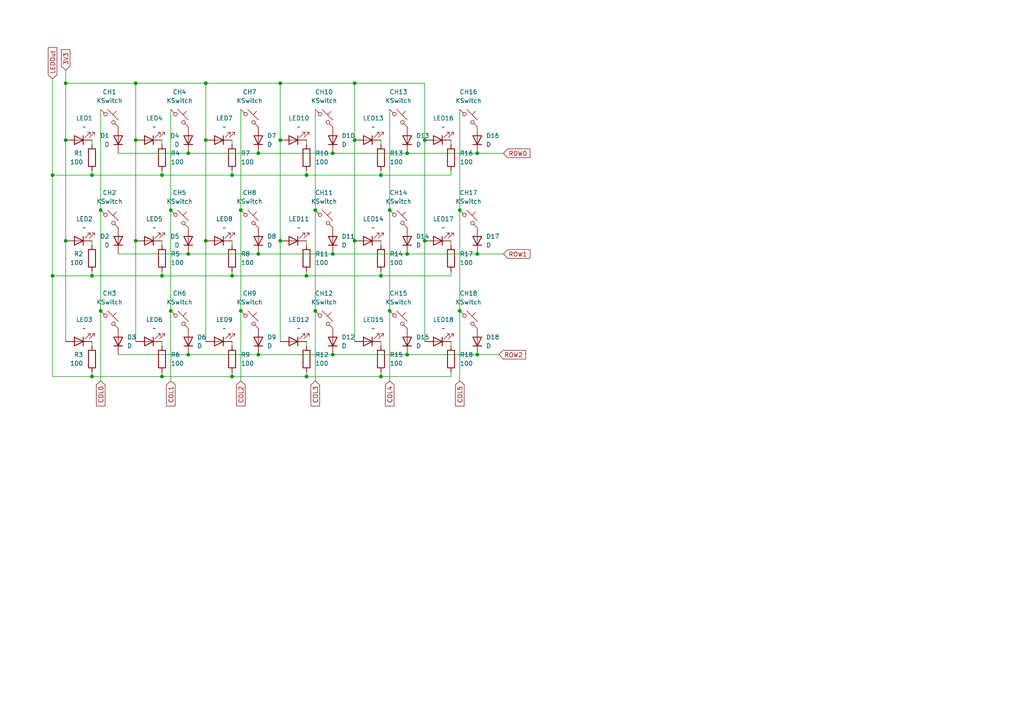
<source format=kicad_sch>
(kicad_sch (version 20250114) (generator "eeschema") (generator_version "9.0")
  (paper "A4")
  (lib_symbols
    (symbol "Device:D" (pin_numbers (hide yes)) (pin_names (offset 1.016) (hide yes))
      (property "Reference" "D" (at 0 2.54 0))
      (property "Value" "D" (at 0 -2.54 0))
      (symbol "D_0_1"
        (polyline (pts (xy -1.27 1.27) (xy -1.27 -1.27)) (stroke (width 0.254)))
        (polyline (pts (xy 1.27 1.27) (xy 1.27 -1.27) (xy -1.27 0) (xy 1.27 1.27)) (stroke (width 0.254)))
        (polyline (pts (xy 1.27 0) (xy -1.27 0)))
      )
      (symbol "D_1_1"
        (pin passive line (at -3.81 0 0) (length 2.54) (name "K") (number "1"))
        (pin passive line (at 3.81 0 180) (length 2.54) (name "A") (number "2"))
      )
    )
    (symbol "Device:R" (pin_numbers (hide yes)) (pin_names (offset 0))
      (property "Reference" "R" (at 2.032 0 90))
      (property "Value" "R" (at 0 0 90))
      (symbol "R_0_1"
        (rectangle (start -1.016 -2.54) (end 1.016 2.54) (stroke (width 0.254)))
      )
      (symbol "R_1_1"
        (pin passive line (at 0 3.81 270) (length 1.27) (name "~") (number "1"))
        (pin passive line (at 0 -3.81 90) (length 1.27) (name "~") (number "2"))
      )
    )
    (symbol "LED:IR26-21C_L110_TR8" (pin_numbers (hide yes)) (pin_names (offset 1.016) (hide yes))
      (property "Reference" "D" (at 0 2.54 0))
      (property "Value" "IR26-21C_L110_TR8" (at 0 -3.81 0))
      (symbol "IR26-21C_L110_TR8_0_1"
        (polyline (pts (xy -3.048 -0.762) (xy -4.572 -2.286) (xy -3.81 -2.286) (xy -4.572 -2.286) (xy -4.572 -1.524)))
        (polyline (pts (xy -1.778 -0.762) (xy -3.302 -2.286) (xy -2.54 -2.286) (xy -3.302 -2.286) (xy -3.302 -1.524)))
        (polyline (pts (xy -1.27 0) (xy 1.27 0)))
        (polyline (pts (xy -1.27 -1.27) (xy -1.27 1.27)) (stroke (width 0.254)))
        (polyline (pts (xy 1.27 -1.27) (xy 1.27 1.27) (xy -1.27 0) (xy 1.27 -1.27)) (stroke (width 0.254)))
      )
      (symbol "IR26-21C_L110_TR8_1_1"
        (pin passive line (at -3.81 0 0) (length 2.54) (name "K") (number "1"))
        (pin passive line (at 3.81 0 180) (length 2.54) (name "A") (number "2"))
      )
    )
    (symbol "marbastlib-choc:choc_v1_SW_HS_CPG135001S30" (pin_numbers (hide yes)) (pin_names (offset 1.016) (hide yes))
      (property "Reference" "CH" (at 3.048 1.016 0))
      (property "Value" "choc_v1_SW_HS" (at 0 -3.81 0))
      (symbol "choc_v1_SW_HS_CPG135001S30_0_1"
        (polyline (pts (xy -2.54 2.54) (xy -1.524 1.524) (xy -1.524 1.524)))
        (circle (center -1.1684 1.1684) (radius 0.508))
        (polyline (pts (xy -0.508 2.54) (xy 2.54 -0.508)))
        (polyline (pts (xy 1.016 1.016) (xy 2.032 2.032)))
        (circle (center 1.143 -1.1938) (radius 0.508))
        (polyline (pts (xy 1.524 -1.524) (xy 2.54 -2.54) (xy 2.54 -2.54) (xy 2.54 -2.54)))
        (pin passive line (at -2.54 2.54 0) (length 0) (name "1") (number "1"))
        (pin passive line (at 2.54 -2.54 180) (length 0) (name "2") (number "2"))
      )
    )
  )
  (junction (at 91.44 60.96))
  (junction (at 15.24 50.8))
  (junction (at 49.53 90.17))
  (junction (at 81.28 69.85))
  (junction (at 49.53 60.96))
  (junction (at 69.85 90.17))
  (junction (at 81.28 40.64))
  (junction (at 91.44 90.17))
  (junction (at 74.93 44.45))
  (junction (at 46.99 50.8))
  (junction (at 67.31 109.22))
  (junction (at 113.03 60.96))
  (junction (at 133.35 60.96))
  (junction (at 29.21 90.17))
  (junction (at 46.99 109.22))
  (junction (at 133.35 90.17))
  (junction (at 110.49 80.01))
  (junction (at 138.43 73.66))
  (junction (at 123.19 69.85))
  (junction (at 110.49 109.22))
  (junction (at 88.9 80.01))
  (junction (at 19.05 40.64))
  (junction (at 118.11 102.87))
  (junction (at 102.87 40.64))
  (junction (at 102.87 24.13))
  (junction (at 138.43 102.87))
  (junction (at 46.99 80.01))
  (junction (at 123.19 40.64))
  (junction (at 59.69 40.64))
  (junction (at 118.11 73.66))
  (junction (at 54.61 73.66))
  (junction (at 59.69 24.13))
  (junction (at 19.05 24.13))
  (junction (at 88.9 50.8))
  (junction (at 113.03 90.17))
  (junction (at 67.31 80.01))
  (junction (at 39.37 24.13))
  (junction (at 102.87 69.85))
  (junction (at 69.85 60.96))
  (junction (at 54.61 102.87))
  (junction (at 110.49 50.8))
  (junction (at 39.37 69.85))
  (junction (at 74.93 73.66))
  (junction (at 96.52 44.45))
  (junction (at 39.37 40.64))
  (junction (at 96.52 102.87))
  (junction (at 26.67 50.8))
  (junction (at 15.24 80.01))
  (junction (at 81.28 24.13))
  (junction (at 96.52 73.66))
  (junction (at 67.31 50.8))
  (junction (at 26.67 109.22))
  (junction (at 29.21 60.96))
  (junction (at 118.11 44.45))
  (junction (at 59.69 69.85))
  (junction (at 74.93 102.87))
  (junction (at 54.61 44.45))
  (junction (at 26.67 80.01))
  (junction (at 138.43 44.45))
  (junction (at 19.05 69.85))
  (junction (at 88.9 109.22))
  (wire (pts (xy 46.99 80.01) (xy 26.67 80.01)))
  (wire (pts (xy 130.81 80.01) (xy 110.49 80.01)))
  (wire (pts (xy 39.37 40.64) (xy 39.37 69.85)))
  (wire (pts (xy 69.85 60.96) (xy 69.85 90.17)))
  (wire (pts (xy 81.28 24.13) (xy 81.28 40.64)))
  (wire (pts (xy 54.61 73.66) (xy 74.93 73.66)))
  (wire (pts (xy 39.37 40.64) (xy 39.37 24.13)))
  (wire (pts (xy 110.49 50.8) (xy 88.9 50.8)))
  (wire (pts (xy 146.05 73.66) (xy 138.43 73.66)))
  (wire (pts (xy 102.87 24.13) (xy 102.87 40.64)))
  (wire (pts (xy 54.61 44.45) (xy 74.93 44.45)))
  (wire (pts (xy 130.81 78.74) (xy 130.81 80.01)))
  (wire (pts (xy 113.03 31.75) (xy 113.03 60.96)))
  (wire (pts (xy 123.19 40.64) (xy 123.19 69.85)))
  (wire (pts (xy 88.9 78.74) (xy 88.9 80.01)))
  (wire (pts (xy 54.61 102.87) (xy 74.93 102.87)))
  (wire (pts (xy 26.67 99.06) (xy 26.67 100.33)))
  (wire (pts (xy 67.31 99.06) (xy 67.31 100.33)))
  (wire (pts (xy 118.11 73.66) (xy 138.43 73.66)))
  (wire (pts (xy 19.05 69.85) (xy 19.05 99.06)))
  (wire (pts (xy 130.81 40.64) (xy 130.81 41.91)))
  (wire (pts (xy 26.67 69.85) (xy 26.67 71.12)))
  (wire (pts (xy 110.49 99.06) (xy 110.49 100.33)))
  (wire (pts (xy 123.19 24.13) (xy 123.19 40.64)))
  (wire (pts (xy 130.81 49.53) (xy 130.81 50.8)))
  (wire (pts (xy 19.05 40.64) (xy 19.05 69.85)))
  (wire (pts (xy 39.37 69.85) (xy 39.37 99.06)))
  (wire (pts (xy 67.31 49.53) (xy 67.31 50.8)))
  (wire (pts (xy 29.21 31.75) (xy 29.21 60.96)))
  (wire (pts (xy 118.11 102.87) (xy 138.43 102.87)))
  (wire (pts (xy 67.31 80.01) (xy 46.99 80.01)))
  (wire (pts (xy 81.28 40.64) (xy 81.28 69.85)))
  (wire (pts (xy 46.99 99.06) (xy 46.99 100.33)))
  (wire (pts (xy 110.49 107.95) (xy 110.49 109.22)))
  (wire (pts (xy 67.31 107.95) (xy 67.31 109.22)))
  (wire (pts (xy 67.31 50.8) (xy 46.99 50.8)))
  (wire (pts (xy 110.49 40.64) (xy 110.49 41.91)))
  (wire (pts (xy 69.85 90.17) (xy 69.85 110.49)))
  (wire (pts (xy 110.49 49.53) (xy 110.49 50.8)))
  (wire (pts (xy 113.03 90.17) (xy 113.03 110.49)))
  (wire (pts (xy 34.29 73.66) (xy 54.61 73.66)))
  (wire (pts (xy 49.53 90.17) (xy 49.53 110.49)))
  (wire (pts (xy 91.44 90.17) (xy 91.44 110.49)))
  (wire (pts (xy 26.67 49.53) (xy 26.67 50.8)))
  (wire (pts (xy 130.81 69.85) (xy 130.81 71.12)))
  (wire (pts (xy 88.9 40.64) (xy 88.9 41.91)))
  (wire (pts (xy 102.87 40.64) (xy 102.87 69.85)))
  (wire (pts (xy 49.53 31.75) (xy 49.53 60.96)))
  (wire (pts (xy 130.81 50.8) (xy 110.49 50.8)))
  (wire (pts (xy 133.35 90.17) (xy 133.35 110.49)))
  (wire (pts (xy 46.99 50.8) (xy 26.67 50.8)))
  (wire (pts (xy 15.24 80.01) (xy 15.24 50.8)))
  (wire (pts (xy 130.81 109.22) (xy 110.49 109.22)))
  (wire (pts (xy 46.99 49.53) (xy 46.99 50.8)))
  (wire (pts (xy 88.9 99.06) (xy 88.9 100.33)))
  (wire (pts (xy 46.99 40.64) (xy 46.99 41.91)))
  (wire (pts (xy 46.99 69.85) (xy 46.99 71.12)))
  (wire (pts (xy 91.44 60.96) (xy 91.44 90.17)))
  (wire (pts (xy 96.52 102.87) (xy 118.11 102.87)))
  (wire (pts (xy 67.31 69.85) (xy 67.31 71.12)))
  (wire (pts (xy 15.24 50.8) (xy 15.24 22.86)))
  (wire (pts (xy 67.31 78.74) (xy 67.31 80.01)))
  (wire (pts (xy 81.28 69.85) (xy 81.28 99.06)))
  (wire (pts (xy 96.52 73.66) (xy 118.11 73.66)))
  (wire (pts (xy 110.49 109.22) (xy 88.9 109.22)))
  (wire (pts (xy 26.67 50.8) (xy 15.24 50.8)))
  (wire (pts (xy 34.29 44.45) (xy 54.61 44.45)))
  (wire (pts (xy 19.05 24.13) (xy 19.05 40.64)))
  (wire (pts (xy 74.93 73.66) (xy 96.52 73.66)))
  (wire (pts (xy 91.44 31.75) (xy 91.44 60.96)))
  (wire (pts (xy 118.11 44.45) (xy 138.43 44.45)))
  (wire (pts (xy 59.69 24.13) (xy 59.69 40.64)))
  (wire (pts (xy 88.9 69.85) (xy 88.9 71.12)))
  (wire (pts (xy 26.67 78.74) (xy 26.67 80.01)))
  (wire (pts (xy 59.69 69.85) (xy 59.69 99.06)))
  (wire (pts (xy 74.93 102.87) (xy 96.52 102.87)))
  (wire (pts (xy 29.21 60.96) (xy 29.21 90.17)))
  (wire (pts (xy 130.81 99.06) (xy 130.81 100.33)))
  (wire (pts (xy 15.24 109.22) (xy 15.24 80.01)))
  (wire (pts (xy 19.05 20.32) (xy 19.05 24.13)))
  (wire (pts (xy 49.53 60.96) (xy 49.53 90.17)))
  (wire (pts (xy 133.35 60.96) (xy 133.35 90.17)))
  (wire (pts (xy 144.78 102.87) (xy 138.43 102.87)))
  (wire (pts (xy 88.9 50.8) (xy 67.31 50.8)))
  (wire (pts (xy 26.67 40.64) (xy 26.67 41.91)))
  (wire (pts (xy 67.31 109.22) (xy 46.99 109.22)))
  (wire (pts (xy 69.85 31.75) (xy 69.85 60.96)))
  (wire (pts (xy 26.67 107.95) (xy 26.67 109.22)))
  (wire (pts (xy 110.49 69.85) (xy 110.49 71.12)))
  (wire (pts (xy 130.81 107.95) (xy 130.81 109.22)))
  (wire (pts (xy 81.28 24.13) (xy 102.87 24.13)))
  (wire (pts (xy 39.37 24.13) (xy 59.69 24.13)))
  (wire (pts (xy 102.87 69.85) (xy 102.87 99.06)))
  (wire (pts (xy 102.87 24.13) (xy 123.19 24.13)))
  (wire (pts (xy 88.9 49.53) (xy 88.9 50.8)))
  (wire (pts (xy 88.9 80.01) (xy 67.31 80.01)))
  (wire (pts (xy 26.67 80.01) (xy 15.24 80.01)))
  (wire (pts (xy 123.19 69.85) (xy 123.19 99.06)))
  (wire (pts (xy 46.99 107.95) (xy 46.99 109.22)))
  (wire (pts (xy 110.49 78.74) (xy 110.49 80.01)))
  (wire (pts (xy 46.99 78.74) (xy 46.99 80.01)))
  (wire (pts (xy 34.29 102.87) (xy 54.61 102.87)))
  (wire (pts (xy 88.9 107.95) (xy 88.9 109.22)))
  (wire (pts (xy 110.49 80.01) (xy 88.9 80.01)))
  (wire (pts (xy 46.99 109.22) (xy 26.67 109.22)))
  (wire (pts (xy 67.31 40.64) (xy 67.31 41.91)))
  (wire (pts (xy 96.52 44.45) (xy 118.11 44.45)))
  (wire (pts (xy 74.93 44.45) (xy 96.52 44.45)))
  (wire (pts (xy 39.37 24.13) (xy 19.05 24.13)))
  (wire (pts (xy 59.69 40.64) (xy 59.69 69.85)))
  (wire (pts (xy 29.21 90.17) (xy 29.21 110.49)))
  (wire (pts (xy 88.9 109.22) (xy 67.31 109.22)))
  (wire (pts (xy 26.67 109.22) (xy 15.24 109.22)))
  (wire (pts (xy 133.35 31.75) (xy 133.35 60.96)))
  (wire (pts (xy 146.05 44.45) (xy 138.43 44.45)))
  (wire (pts (xy 113.03 60.96) (xy 113.03 90.17)))
  (wire (pts (xy 59.69 24.13) (xy 81.28 24.13)))
  (global_label "COL3" (shape input) (at 91.44 110.49 270) (property "Intersheetrefs" "${INTERSHEET_REFS}" (effects (hide yes))))
  (global_label "COL2" (shape input) (at 69.85 110.49 270) (property "Intersheetrefs" "${INTERSHEET_REFS}" (effects (hide yes))))
  (global_label "COL0" (shape input) (at 29.21 110.49 270) (property "Intersheetrefs" "${INTERSHEET_REFS}" (effects (hide yes))))
  (global_label "COL5" (shape input) (at 133.35 110.49 270) (property "Intersheetrefs" "${INTERSHEET_REFS}" (effects (hide yes))))
  (global_label "LEDOut" (shape input) (at 15.24 22.86 90) (property "Intersheetrefs" "${INTERSHEET_REFS}" (effects (hide yes))))
  (global_label "ROW1" (shape input) (at 146.05 73.66 0) (property "Intersheetrefs" "${INTERSHEET_REFS}" (effects (hide yes))))
  (global_label "ROW2" (shape input) (at 144.78 102.87 0) (property "Intersheetrefs" "${INTERSHEET_REFS}" (effects (hide yes))))
  (global_label "ROW0" (shape input) (at 146.05 44.45 0) (property "Intersheetrefs" "${INTERSHEET_REFS}" (effects (hide yes))))
  (global_label "COL1" (shape input) (at 49.53 110.49 270) (property "Intersheetrefs" "${INTERSHEET_REFS}" (effects (hide yes))))
  (global_label "3V3" (shape input) (at 19.05 20.32 90) (property "Intersheetrefs" "${INTERSHEET_REFS}" (effects (hide yes))))
  (global_label "COL4" (shape input) (at 113.03 110.49 270) (property "Intersheetrefs" "${INTERSHEET_REFS}" (effects (hide yes))))
  (symbol (lib_id "marbastlib-choc:choc_v1_SW_HS_CPG135001S30") (at 93.98 63.5 0) (unit 1) (in_bom no)
    (property "Reference" "CH11" (at 93.98 55.88 0))
    (property "Value" "KSwitch" (at 93.98 58.42 0))
    (property "Footprint" "Keyboard:Kailh_HS_Socket" (effects (hide yes)))
    (property "Description" "Push button switch, normally open, two pins, 45° tilted" (effects (hide yes)))
    (instances (project "pipar_sool" (path "" (reference "CH11") (unit 1)) (path "" (reference "CH29") (unit 1))))
  )
  (symbol (lib_id "marbastlib-choc:choc_v1_SW_HS_CPG135001S30") (at 72.39 63.5 0) (unit 1) (in_bom no)
    (property "Reference" "CH8" (at 72.39 55.88 0))
    (property "Value" "KSwitch" (at 72.39 58.42 0))
    (property "Footprint" "Keyboard:Kailh_HS_Socket" (effects (hide yes)))
    (property "Description" "Push button switch, normally open, two pins, 45° tilted" (effects (hide yes)))
    (instances (project "pipar_sool" (path "" (reference "CH8") (unit 1)) (path "" (reference "CH26") (unit 1))))
  )
  (symbol (lib_id "Device:R") (at 110.49 104.14 0) (unit 1)
    (property "Reference" "R15" (at 113.03 102.8699 0) (effects (justify left)))
    (property "Value" "100" (at 113.03 105.4099 0) (effects (justify left)))
    (property "Footprint" "Resistor_SMD:R_0402_1005Metric_Pad0.72x0.64mm_HandSolder" (effects (hide yes)))
    (property "Description" "Resistor" (effects (hide yes)))
    (instances (project "pipar_sool" (path "" (reference "R15") (unit 1)) (path "" (reference "R34") (unit 1))))
  )
  (symbol (lib_id "LED:IR26-21C_L110_TR8") (at 22.86 40.64 180) (unit 1)
    (property "Reference" "LED1" (at 24.4475 34.29 0))
    (property "Value" "~" (at 24.4475 36.83 0))
    (property "Footprint" "LED_SMD:LED_0402_1005Metric_Pad0.77x0.64mm_HandSolder" (effects (hide yes)))
    (property "Datasheet" "http://www.everlight.com/file/ProductFile/IR26-21C-L110-TR8.pdf" (effects (hide yes)))
    (property "Description" "940nm, 20 deg, Infrared LED, 1206" (effects (hide yes)))
    (instances (project "pipar_sool" (path "" (reference "LED1") (unit 1)) (path "" (reference "LED19") (unit 1))))
  )
  (symbol (lib_id "Device:R") (at 67.31 104.14 0) (unit 1)
    (property "Reference" "R9" (at 69.85 102.8699 0) (effects (justify left)))
    (property "Value" "100" (at 69.85 105.4099 0) (effects (justify left)))
    (property "Footprint" "Resistor_SMD:R_0402_1005Metric_Pad0.72x0.64mm_HandSolder" (effects (hide yes)))
    (property "Description" "Resistor" (effects (hide yes)))
    (instances (project "pipar_sool" (path "" (reference "R9") (unit 1)) (path "" (reference "R28") (unit 1))))
  )
  (symbol (lib_id "marbastlib-choc:choc_v1_SW_HS_CPG135001S30") (at 31.75 63.5 0) (unit 1) (in_bom no)
    (property "Reference" "CH2" (at 31.75 55.88 0))
    (property "Value" "KSwitch" (at 31.75 58.42 0))
    (property "Footprint" "Keyboard:Kailh_HS_Socket" (effects (hide yes)))
    (property "Description" "Push button switch, normally open, two pins, 45° tilted" (effects (hide yes)))
    (instances (project "pipar_sool" (path "" (reference "CH2") (unit 1)) (path "" (reference "CH20") (unit 1))))
  )
  (symbol (lib_id "Device:D") (at 74.93 40.64 90) (unit 1)
    (property "Reference" "D7" (at 77.47 39.3699 90) (effects (justify right)))
    (property "Value" "D" (at 77.47 41.9099 90) (effects (justify right)))
    (property "Footprint" "Diode_SMD:D_0402_1005Metric" (effects (hide yes)))
    (property "Description" "Diode" (effects (hide yes)))
    (property "Sim.Device" "D" (effects (hide yes)))
    (property "Sim.Pins" "1=K 2=A" (effects (hide yes)))
    (instances (project "pipar_sool" (path "" (reference "D7") (unit 1)) (path "" (reference "D25") (unit 1))))
  )
  (symbol (lib_id "Device:D") (at 34.29 69.85 90) (unit 1)
    (property "Reference" "D2" (at 31.75 68.5799 90) (effects (justify left)))
    (property "Value" "D" (at 31.75 71.1199 90) (effects (justify left)))
    (property "Footprint" "Diode_SMD:D_0402_1005Metric" (effects (hide yes)))
    (property "Description" "Diode" (effects (hide yes)))
    (property "Sim.Device" "D" (effects (hide yes)))
    (property "Sim.Pins" "1=K 2=A" (effects (hide yes)))
    (instances (project "pipar_sool" (path "" (reference "D2") (unit 1)) (path "" (reference "D20") (unit 1))))
  )
  (symbol (lib_id "Device:R") (at 67.31 74.93 0) (unit 1)
    (property "Reference" "R8" (at 69.85 73.6599 0) (effects (justify left)))
    (property "Value" "100" (at 69.85 76.1999 0) (effects (justify left)))
    (property "Footprint" "Resistor_SMD:R_0402_1005Metric_Pad0.72x0.64mm_HandSolder" (effects (hide yes)))
    (property "Description" "Resistor" (effects (hide yes)))
    (instances (project "pipar_sool" (path "" (reference "R8") (unit 1)) (path "" (reference "R27") (unit 1))))
  )
  (symbol (lib_id "marbastlib-choc:choc_v1_SW_HS_CPG135001S30") (at 135.89 63.5 0) (unit 1) (in_bom no)
    (property "Reference" "CH17" (at 135.89 55.88 0))
    (property "Value" "KSwitch" (at 135.89 58.42 0))
    (property "Footprint" "Keyboard:Kailh_HS_Socket" (effects (hide yes)))
    (property "Description" "Push button switch, normally open, two pins, 45° tilted" (effects (hide yes)))
    (instances (project "pipar_sool" (path "" (reference "CH17") (unit 1)) (path "" (reference "CH35") (unit 1))))
  )
  (symbol (lib_id "Device:D") (at 138.43 40.64 90) (unit 1)
    (property "Reference" "D16" (at 140.97 39.3699 90) (effects (justify right)))
    (property "Value" "D" (at 140.97 41.9099 90) (effects (justify right)))
    (property "Footprint" "Diode_SMD:D_0402_1005Metric" (effects (hide yes)))
    (property "Description" "Diode" (effects (hide yes)))
    (property "Sim.Device" "D" (effects (hide yes)))
    (property "Sim.Pins" "1=K 2=A" (effects (hide yes)))
    (instances (project "pipar_sool" (path "" (reference "D16") (unit 1)) (path "" (reference "D34") (unit 1))))
  )
  (symbol (lib_id "Device:D") (at 96.52 69.85 90) (unit 1)
    (property "Reference" "D11" (at 99.06 68.5799 90) (effects (justify right)))
    (property "Value" "D" (at 99.06 71.1199 90) (effects (justify right)))
    (property "Footprint" "Diode_SMD:D_0402_1005Metric" (effects (hide yes)))
    (property "Description" "Diode" (effects (hide yes)))
    (property "Sim.Device" "D" (effects (hide yes)))
    (property "Sim.Pins" "1=K 2=A" (effects (hide yes)))
    (instances (project "pipar_sool" (path "" (reference "D11") (unit 1)) (path "" (reference "D29") (unit 1))))
  )
  (symbol (lib_id "Device:R") (at 130.81 104.14 0) (unit 1)
    (property "Reference" "R18" (at 133.35 102.8699 0) (effects (justify left)))
    (property "Value" "100" (at 133.35 105.4099 0) (effects (justify left)))
    (property "Footprint" "Resistor_SMD:R_0402_1005Metric_Pad0.72x0.64mm_HandSolder" (effects (hide yes)))
    (property "Description" "Resistor" (effects (hide yes)))
    (instances (project "pipar_sool" (path "" (reference "R18") (unit 1)) (path "" (reference "R37") (unit 1))))
  )
  (symbol (lib_id "LED:IR26-21C_L110_TR8") (at 63.5 69.85 180) (unit 1)
    (property "Reference" "LED8" (at 65.0875 63.5 0))
    (property "Value" "~" (at 65.0875 66.04 0))
    (property "Footprint" "LED_SMD:LED_0402_1005Metric_Pad0.77x0.64mm_HandSolder" (effects (hide yes)))
    (property "Datasheet" "http://www.everlight.com/file/ProductFile/IR26-21C-L110-TR8.pdf" (effects (hide yes)))
    (property "Description" "940nm, 20 deg, Infrared LED, 1206" (effects (hide yes)))
    (instances (project "pipar_sool" (path "" (reference "LED8") (unit 1)) (path "" (reference "LED26") (unit 1))))
  )
  (symbol (lib_id "LED:IR26-21C_L110_TR8") (at 85.09 40.64 180) (unit 1)
    (property "Reference" "LED10" (at 86.6775 34.29 0))
    (property "Value" "~" (at 86.6775 36.83 0))
    (property "Footprint" "LED_SMD:LED_0402_1005Metric_Pad0.77x0.64mm_HandSolder" (effects (hide yes)))
    (property "Datasheet" "http://www.everlight.com/file/ProductFile/IR26-21C-L110-TR8.pdf" (effects (hide yes)))
    (property "Description" "940nm, 20 deg, Infrared LED, 1206" (effects (hide yes)))
    (instances (project "pipar_sool" (path "" (reference "LED10") (unit 1)) (path "" (reference "LED28") (unit 1))))
  )
  (symbol (lib_id "LED:IR26-21C_L110_TR8") (at 106.68 40.64 180) (unit 1)
    (property "Reference" "LED13" (at 108.2675 34.29 0))
    (property "Value" "~" (at 108.2675 36.83 0))
    (property "Footprint" "LED_SMD:LED_0402_1005Metric_Pad0.77x0.64mm_HandSolder" (effects (hide yes)))
    (property "Datasheet" "http://www.everlight.com/file/ProductFile/IR26-21C-L110-TR8.pdf" (effects (hide yes)))
    (property "Description" "940nm, 20 deg, Infrared LED, 1206" (effects (hide yes)))
    (instances (project "pipar_sool" (path "" (reference "LED13") (unit 1)) (path "" (reference "LED31") (unit 1))))
  )
  (symbol (lib_id "Device:R") (at 88.9 74.93 0) (unit 1)
    (property "Reference" "R11" (at 91.44 73.6599 0) (effects (justify left)))
    (property "Value" "100" (at 91.44 76.1999 0) (effects (justify left)))
    (property "Footprint" "Resistor_SMD:R_0402_1005Metric_Pad0.72x0.64mm_HandSolder" (effects (hide yes)))
    (property "Description" "Resistor" (effects (hide yes)))
    (instances (project "pipar_sool" (path "" (reference "R11") (unit 1)) (path "" (reference "R30") (unit 1))))
  )
  (symbol (lib_id "LED:IR26-21C_L110_TR8") (at 22.86 69.85 180) (unit 1)
    (property "Reference" "LED2" (at 24.4475 63.5 0))
    (property "Value" "~" (at 24.4475 66.04 0))
    (property "Footprint" "LED_SMD:LED_0402_1005Metric_Pad0.77x0.64mm_HandSolder" (effects (hide yes)))
    (property "Datasheet" "http://www.everlight.com/file/ProductFile/IR26-21C-L110-TR8.pdf" (effects (hide yes)))
    (property "Description" "940nm, 20 deg, Infrared LED, 1206" (effects (hide yes)))
    (instances (project "pipar_sool" (path "" (reference "LED2") (unit 1)) (path "" (reference "LED20") (unit 1))))
  )
  (symbol (lib_id "Device:R") (at 130.81 74.93 0) (unit 1)
    (property "Reference" "R17" (at 133.35 73.6599 0) (effects (justify left)))
    (property "Value" "100" (at 133.35 76.1999 0) (effects (justify left)))
    (property "Footprint" "Resistor_SMD:R_0402_1005Metric_Pad0.72x0.64mm_HandSolder" (effects (hide yes)))
    (property "Description" "Resistor" (effects (hide yes)))
    (instances (project "pipar_sool" (path "" (reference "R17") (unit 1)) (path "" (reference "R36") (unit 1))))
  )
  (symbol (lib_id "Device:R") (at 88.9 45.72 0) (unit 1)
    (property "Reference" "R10" (at 91.44 44.4499 0) (effects (justify left)))
    (property "Value" "100" (at 91.44 46.9899 0) (effects (justify left)))
    (property "Footprint" "Resistor_SMD:R_0402_1005Metric_Pad0.72x0.64mm_HandSolder" (effects (hide yes)))
    (property "Description" "Resistor" (effects (hide yes)))
    (instances (project "pipar_sool" (path "" (reference "R10") (unit 1)) (path "" (reference "R29") (unit 1))))
  )
  (symbol (lib_id "LED:IR26-21C_L110_TR8") (at 127 69.85 180) (unit 1)
    (property "Reference" "LED17" (at 128.5875 63.5 0))
    (property "Value" "~" (at 128.5875 66.04 0))
    (property "Footprint" "LED_SMD:LED_0402_1005Metric_Pad0.77x0.64mm_HandSolder" (effects (hide yes)))
    (property "Datasheet" "http://www.everlight.com/file/ProductFile/IR26-21C-L110-TR8.pdf" (effects (hide yes)))
    (property "Description" "940nm, 20 deg, Infrared LED, 1206" (effects (hide yes)))
    (instances (project "pipar_sool" (path "" (reference "LED17") (unit 1)) (path "" (reference "LED35") (unit 1))))
  )
  (symbol (lib_id "LED:IR26-21C_L110_TR8") (at 106.68 69.85 180) (unit 1)
    (property "Reference" "LED14" (at 108.2675 63.5 0))
    (property "Value" "~" (at 108.2675 66.04 0))
    (property "Footprint" "LED_SMD:LED_0402_1005Metric_Pad0.77x0.64mm_HandSolder" (effects (hide yes)))
    (property "Datasheet" "http://www.everlight.com/file/ProductFile/IR26-21C-L110-TR8.pdf" (effects (hide yes)))
    (property "Description" "940nm, 20 deg, Infrared LED, 1206" (effects (hide yes)))
    (instances (project "pipar_sool" (path "" (reference "LED14") (unit 1)) (path "" (reference "LED32") (unit 1))))
  )
  (symbol (lib_id "LED:IR26-21C_L110_TR8") (at 85.09 99.06 180) (unit 1)
    (property "Reference" "LED12" (at 86.6775 92.71 0))
    (property "Value" "~" (at 86.6775 95.25 0))
    (property "Footprint" "LED_SMD:LED_0402_1005Metric_Pad0.77x0.64mm_HandSolder" (effects (hide yes)))
    (property "Datasheet" "http://www.everlight.com/file/ProductFile/IR26-21C-L110-TR8.pdf" (effects (hide yes)))
    (property "Description" "940nm, 20 deg, Infrared LED, 1206" (effects (hide yes)))
    (instances (project "pipar_sool" (path "" (reference "LED12") (unit 1)) (path "" (reference "LED30") (unit 1))))
  )
  (symbol (lib_id "Device:R") (at 26.67 74.93 0) (unit 1)
    (property "Reference" "R2" (at 24.13 73.6599 0) (effects (justify right)))
    (property "Value" "100" (at 24.13 76.1999 0) (effects (justify right)))
    (property "Footprint" "Resistor_SMD:R_0402_1005Metric_Pad0.72x0.64mm_HandSolder" (effects (hide yes)))
    (property "Description" "Resistor" (effects (hide yes)))
    (instances (project "pipar_sool" (path "" (reference "R2") (unit 1)) (path "" (reference "R21") (unit 1))))
  )
  (symbol (lib_id "Device:R") (at 26.67 104.14 0) (unit 1)
    (property "Reference" "R3" (at 24.13 102.8699 0) (effects (justify right)))
    (property "Value" "100" (at 24.13 105.4099 0) (effects (justify right)))
    (property "Footprint" "Resistor_SMD:R_0402_1005Metric_Pad0.72x0.64mm_HandSolder" (effects (hide yes)))
    (property "Description" "Resistor" (effects (hide yes)))
    (instances (project "pipar_sool" (path "" (reference "R3") (unit 1)) (path "" (reference "R22") (unit 1))))
  )
  (symbol (lib_id "Device:R") (at 46.99 45.72 0) (unit 1)
    (property "Reference" "R4" (at 49.53 44.4499 0) (effects (justify left)))
    (property "Value" "100" (at 49.53 46.9899 0) (effects (justify left)))
    (property "Footprint" "Resistor_SMD:R_0402_1005Metric_Pad0.72x0.64mm_HandSolder" (effects (hide yes)))
    (property "Description" "Resistor" (effects (hide yes)))
    (instances (project "pipar_sool" (path "" (reference "R4") (unit 1)) (path "" (reference "R23") (unit 1))))
  )
  (symbol (lib_id "Device:D") (at 74.93 69.85 90) (unit 1)
    (property "Reference" "D8" (at 77.47 68.5799 90) (effects (justify right)))
    (property "Value" "D" (at 77.47 71.1199 90) (effects (justify right)))
    (property "Footprint" "Diode_SMD:D_0402_1005Metric" (effects (hide yes)))
    (property "Description" "Diode" (effects (hide yes)))
    (property "Sim.Device" "D" (effects (hide yes)))
    (property "Sim.Pins" "1=K 2=A" (effects (hide yes)))
    (instances (project "pipar_sool" (path "" (reference "D8") (unit 1)) (path "" (reference "D26") (unit 1))))
  )
  (symbol (lib_id "Device:D") (at 138.43 69.85 90) (unit 1)
    (property "Reference" "D17" (at 140.97 68.5799 90) (effects (justify right)))
    (property "Value" "D" (at 140.97 71.1199 90) (effects (justify right)))
    (property "Footprint" "Diode_SMD:D_0402_1005Metric" (effects (hide yes)))
    (property "Description" "Diode" (effects (hide yes)))
    (property "Sim.Device" "D" (effects (hide yes)))
    (property "Sim.Pins" "1=K 2=A" (effects (hide yes)))
    (instances (project "pipar_sool" (path "" (reference "D17") (unit 1)) (path "" (reference "D35") (unit 1))))
  )
  (symbol (lib_id "Device:R") (at 46.99 74.93 0) (unit 1)
    (property "Reference" "R5" (at 49.53 73.6599 0) (effects (justify left)))
    (property "Value" "100" (at 49.53 76.1999 0) (effects (justify left)))
    (property "Footprint" "Resistor_SMD:R_0402_1005Metric_Pad0.72x0.64mm_HandSolder" (effects (hide yes)))
    (property "Description" "Resistor" (effects (hide yes)))
    (instances (project "pipar_sool" (path "" (reference "R5") (unit 1)) (path "" (reference "R24") (unit 1))))
  )
  (symbol (lib_id "Device:D") (at 118.11 99.06 90) (unit 1)
    (property "Reference" "D15" (at 120.65 97.7899 90) (effects (justify right)))
    (property "Value" "D" (at 120.65 100.3299 90) (effects (justify right)))
    (property "Footprint" "Diode_SMD:D_0402_1005Metric" (effects (hide yes)))
    (property "Description" "Diode" (effects (hide yes)))
    (property "Sim.Device" "D" (effects (hide yes)))
    (property "Sim.Pins" "1=K 2=A" (effects (hide yes)))
    (instances (project "pipar_sool" (path "" (reference "D15") (unit 1)) (path "" (reference "D33") (unit 1))))
  )
  (symbol (lib_id "Device:D") (at 138.43 99.06 90) (unit 1)
    (property "Reference" "D18" (at 140.97 97.7899 90) (effects (justify right)))
    (property "Value" "D" (at 140.97 100.3299 90) (effects (justify right)))
    (property "Footprint" "Diode_SMD:D_0402_1005Metric" (effects (hide yes)))
    (property "Description" "Diode" (effects (hide yes)))
    (property "Sim.Device" "D" (effects (hide yes)))
    (property "Sim.Pins" "1=K 2=A" (effects (hide yes)))
    (instances (project "pipar_sool" (path "" (reference "D18") (unit 1)) (path "" (reference "D36") (unit 1))))
  )
  (symbol (lib_id "LED:IR26-21C_L110_TR8") (at 127 40.64 180) (unit 1)
    (property "Reference" "LED16" (at 128.5875 34.29 0))
    (property "Value" "~" (at 128.5875 36.83 0))
    (property "Footprint" "LED_SMD:LED_0402_1005Metric_Pad0.77x0.64mm_HandSolder" (effects (hide yes)))
    (property "Datasheet" "http://www.everlight.com/file/ProductFile/IR26-21C-L110-TR8.pdf" (effects (hide yes)))
    (property "Description" "940nm, 20 deg, Infrared LED, 1206" (effects (hide yes)))
    (instances (project "pipar_sool" (path "" (reference "LED16") (unit 1)) (path "" (reference "LED34") (unit 1))))
  )
  (symbol (lib_id "LED:IR26-21C_L110_TR8") (at 43.18 40.64 180) (unit 1)
    (property "Reference" "LED4" (at 44.7675 34.29 0))
    (property "Value" "~" (at 44.7675 36.83 0))
    (property "Footprint" "LED_SMD:LED_0402_1005Metric_Pad0.77x0.64mm_HandSolder" (effects (hide yes)))
    (property "Datasheet" "http://www.everlight.com/file/ProductFile/IR26-21C-L110-TR8.pdf" (effects (hide yes)))
    (property "Description" "940nm, 20 deg, Infrared LED, 1206" (effects (hide yes)))
    (instances (project "pipar_sool" (path "" (reference "LED4") (unit 1)) (path "" (reference "LED22") (unit 1))))
  )
  (symbol (lib_id "LED:IR26-21C_L110_TR8") (at 85.09 69.85 180) (unit 1)
    (property "Reference" "LED11" (at 86.6775 63.5 0))
    (property "Value" "~" (at 86.6775 66.04 0))
    (property "Footprint" "LED_SMD:LED_0402_1005Metric_Pad0.77x0.64mm_HandSolder" (effects (hide yes)))
    (property "Datasheet" "http://www.everlight.com/file/ProductFile/IR26-21C-L110-TR8.pdf" (effects (hide yes)))
    (property "Description" "940nm, 20 deg, Infrared LED, 1206" (effects (hide yes)))
    (instances (project "pipar_sool" (path "" (reference "LED11") (unit 1)) (path "" (reference "LED29") (unit 1))))
  )
  (symbol (lib_id "marbastlib-choc:choc_v1_SW_HS_CPG135001S30") (at 52.07 63.5 0) (unit 1) (in_bom no)
    (property "Reference" "CH5" (at 52.07 55.88 0))
    (property "Value" "KSwitch" (at 52.07 58.42 0))
    (property "Footprint" "Keyboard:Kailh_HS_Socket" (effects (hide yes)))
    (property "Description" "Push button switch, normally open, two pins, 45° tilted" (effects (hide yes)))
    (instances (project "pipar_sool" (path "" (reference "CH5") (unit 1)) (path "" (reference "CH23") (unit 1))))
  )
  (symbol (lib_id "marbastlib-choc:choc_v1_SW_HS_CPG135001S30") (at 52.07 92.71 0) (unit 1) (in_bom no)
    (property "Reference" "CH6" (at 52.07 85.09 0))
    (property "Value" "KSwitch" (at 52.07 87.63 0))
    (property "Footprint" "Keyboard:Kailh_HS_Socket" (effects (hide yes)))
    (property "Description" "Push button switch, normally open, two pins, 45° tilted" (effects (hide yes)))
    (instances (project "pipar_sool" (path "" (reference "CH6") (unit 1)) (path "" (reference "CH24") (unit 1))))
  )
  (symbol (lib_id "Device:D") (at 118.11 40.64 90) (unit 1)
    (property "Reference" "D13" (at 120.65 39.3699 90) (effects (justify right)))
    (property "Value" "D" (at 120.65 41.9099 90) (effects (justify right)))
    (property "Footprint" "Diode_SMD:D_0402_1005Metric" (effects (hide yes)))
    (property "Description" "Diode" (effects (hide yes)))
    (property "Sim.Device" "D" (effects (hide yes)))
    (property "Sim.Pins" "1=K 2=A" (effects (hide yes)))
    (instances (project "pipar_sool" (path "" (reference "D13") (unit 1)) (path "" (reference "D31") (unit 1))))
  )
  (symbol (lib_id "marbastlib-choc:choc_v1_SW_HS_CPG135001S30") (at 115.57 63.5 0) (unit 1) (in_bom no)
    (property "Reference" "CH14" (at 115.57 55.88 0))
    (property "Value" "KSwitch" (at 115.57 58.42 0))
    (property "Footprint" "Keyboard:Kailh_HS_Socket" (effects (hide yes)))
    (property "Description" "Push button switch, normally open, two pins, 45° tilted" (effects (hide yes)))
    (instances (project "pipar_sool" (path "" (reference "CH14") (unit 1)) (path "" (reference "CH32") (unit 1))))
  )
  (symbol (lib_id "Device:D") (at 34.29 99.06 90) (unit 1)
    (property "Reference" "D3" (at 36.83 97.7899 90) (effects (justify right)))
    (property "Value" "D" (at 36.83 100.3299 90) (effects (justify right)))
    (property "Footprint" "Diode_SMD:D_0402_1005Metric" (effects (hide yes)))
    (property "Description" "Diode" (effects (hide yes)))
    (property "Sim.Device" "D" (effects (hide yes)))
    (property "Sim.Pins" "1=K 2=A" (effects (hide yes)))
    (instances (project "pipar_sool" (path "" (reference "D3") (unit 1)) (path "" (reference "D21") (unit 1))))
  )
  (symbol (lib_id "marbastlib-choc:choc_v1_SW_HS_CPG135001S30") (at 115.57 92.71 0) (unit 1) (in_bom no)
    (property "Reference" "CH15" (at 115.57 85.09 0))
    (property "Value" "KSwitch" (at 115.57 87.63 0))
    (property "Footprint" "Keyboard:Kailh_HS_Socket" (effects (hide yes)))
    (property "Description" "Push button switch, normally open, two pins, 45° tilted" (effects (hide yes)))
    (instances (project "pipar_sool" (path "" (reference "CH15") (unit 1)) (path "" (reference "CH33") (unit 1))))
  )
  (symbol (lib_id "Device:D") (at 34.29 40.64 90) (unit 1)
    (property "Reference" "D1" (at 31.75 39.3699 90) (effects (justify left)))
    (property "Value" "D" (at 31.75 41.9099 90) (effects (justify left)))
    (property "Footprint" "Diode_SMD:D_0402_1005Metric" (effects (hide yes)))
    (property "Description" "Diode" (effects (hide yes)))
    (property "Sim.Device" "D" (effects (hide yes)))
    (property "Sim.Pins" "1=K 2=A" (effects (hide yes)))
    (instances (project "pipar_sool" (path "" (reference "D1") (unit 1)) (path "" (reference "D19") (unit 1))))
  )
  (symbol (lib_id "Device:R") (at 110.49 74.93 0) (unit 1)
    (property "Reference" "R14" (at 113.03 73.6599 0) (effects (justify left)))
    (property "Value" "100" (at 113.03 76.1999 0) (effects (justify left)))
    (property "Footprint" "Resistor_SMD:R_0402_1005Metric_Pad0.72x0.64mm_HandSolder" (effects (hide yes)))
    (property "Description" "Resistor" (effects (hide yes)))
    (instances (project "pipar_sool" (path "" (reference "R14") (unit 1)) (path "" (reference "R33") (unit 1))))
  )
  (symbol (lib_id "LED:IR26-21C_L110_TR8") (at 43.18 69.85 180) (unit 1)
    (property "Reference" "LED5" (at 44.7675 63.5 0))
    (property "Value" "~" (at 44.7675 66.04 0))
    (property "Footprint" "LED_SMD:LED_0402_1005Metric_Pad0.77x0.64mm_HandSolder" (effects (hide yes)))
    (property "Datasheet" "http://www.everlight.com/file/ProductFile/IR26-21C-L110-TR8.pdf" (effects (hide yes)))
    (property "Description" "940nm, 20 deg, Infrared LED, 1206" (effects (hide yes)))
    (instances (project "pipar_sool" (path "" (reference "LED5") (unit 1)) (path "" (reference "LED23") (unit 1))))
  )
  (symbol (lib_id "marbastlib-choc:choc_v1_SW_HS_CPG135001S30") (at 72.39 34.29 0) (unit 1) (in_bom no)
    (property "Reference" "CH7" (at 72.39 26.67 0))
    (property "Value" "KSwitch" (at 72.39 29.21 0))
    (property "Footprint" "Keyboard:Kailh_HS_Socket" (effects (hide yes)))
    (property "Description" "Push button switch, normally open, two pins, 45° tilted" (effects (hide yes)))
    (instances (project "pipar_sool" (path "" (reference "CH7") (unit 1)) (path "" (reference "CH25") (unit 1))))
  )
  (symbol (lib_id "Device:D") (at 96.52 40.64 90) (unit 1)
    (property "Reference" "D10" (at 99.06 39.3699 90) (effects (justify right)))
    (property "Value" "D" (at 99.06 41.9099 90) (effects (justify right)))
    (property "Footprint" "Diode_SMD:D_0402_1005Metric" (effects (hide yes)))
    (property "Description" "Diode" (effects (hide yes)))
    (property "Sim.Device" "D" (effects (hide yes)))
    (property "Sim.Pins" "1=K 2=A" (effects (hide yes)))
    (instances (project "pipar_sool" (path "" (reference "D10") (unit 1)) (path "" (reference "D28") (unit 1))))
  )
  (symbol (lib_id "LED:IR26-21C_L110_TR8") (at 22.86 99.06 180) (unit 1)
    (property "Reference" "LED3" (at 24.4475 92.71 0))
    (property "Value" "~" (at 24.4475 95.25 0))
    (property "Footprint" "LED_SMD:LED_0402_1005Metric_Pad0.77x0.64mm_HandSolder" (effects (hide yes)))
    (property "Datasheet" "http://www.everlight.com/file/ProductFile/IR26-21C-L110-TR8.pdf" (effects (hide yes)))
    (property "Description" "940nm, 20 deg, Infrared LED, 1206" (effects (hide yes)))
    (instances (project "pipar_sool" (path "" (reference "LED3") (unit 1)) (path "" (reference "LED21") (unit 1))))
  )
  (symbol (lib_id "marbastlib-choc:choc_v1_SW_HS_CPG135001S30") (at 31.75 92.71 0) (unit 1) (in_bom no)
    (property "Reference" "CH3" (at 31.75 85.09 0))
    (property "Value" "KSwitch" (at 31.75 87.63 0))
    (property "Footprint" "Keyboard:Kailh_HS_Socket" (effects (hide yes)))
    (property "Description" "Push button switch, normally open, two pins, 45° tilted" (effects (hide yes)))
    (instances (project "pipar_sool" (path "" (reference "CH3") (unit 1)) (path "" (reference "CH21") (unit 1))))
  )
  (symbol (lib_id "LED:IR26-21C_L110_TR8") (at 63.5 40.64 180) (unit 1)
    (property "Reference" "LED7" (at 65.0875 34.29 0))
    (property "Value" "~" (at 65.0875 36.83 0))
    (property "Footprint" "LED_SMD:LED_0402_1005Metric_Pad0.77x0.64mm_HandSolder" (effects (hide yes)))
    (property "Datasheet" "http://www.everlight.com/file/ProductFile/IR26-21C-L110-TR8.pdf" (effects (hide yes)))
    (property "Description" "940nm, 20 deg, Infrared LED, 1206" (effects (hide yes)))
    (instances (project "pipar_sool" (path "" (reference "LED7") (unit 1)) (path "" (reference "LED25") (unit 1))))
  )
  (symbol (lib_id "Device:D") (at 96.52 99.06 90) (unit 1)
    (property "Reference" "D12" (at 99.06 97.7899 90) (effects (justify right)))
    (property "Value" "D" (at 99.06 100.3299 90) (effects (justify right)))
    (property "Footprint" "Diode_SMD:D_0402_1005Metric" (effects (hide yes)))
    (property "Description" "Diode" (effects (hide yes)))
    (property "Sim.Device" "D" (effects (hide yes)))
    (property "Sim.Pins" "1=K 2=A" (effects (hide yes)))
    (instances (project "pipar_sool" (path "" (reference "D12") (unit 1)) (path "" (reference "D30") (unit 1))))
  )
  (symbol (lib_id "marbastlib-choc:choc_v1_SW_HS_CPG135001S30") (at 93.98 34.29 0) (unit 1) (in_bom no)
    (property "Reference" "CH10" (at 93.98 26.67 0))
    (property "Value" "KSwitch" (at 93.98 29.21 0))
    (property "Footprint" "Keyboard:Kailh_HS_Socket" (effects (hide yes)))
    (property "Description" "Push button switch, normally open, two pins, 45° tilted" (effects (hide yes)))
    (instances (project "pipar_sool" (path "" (reference "CH10") (unit 1)) (path "" (reference "CH28") (unit 1))))
  )
  (symbol (lib_id "Device:R") (at 67.31 45.72 0) (unit 1)
    (property "Reference" "R7" (at 69.85 44.4499 0) (effects (justify left)))
    (property "Value" "100" (at 69.85 46.9899 0) (effects (justify left)))
    (property "Footprint" "Resistor_SMD:R_0402_1005Metric_Pad0.72x0.64mm_HandSolder" (effects (hide yes)))
    (property "Description" "Resistor" (effects (hide yes)))
    (instances (project "pipar_sool" (path "" (reference "R7") (unit 1)) (path "" (reference "R26") (unit 1))))
  )
  (symbol (lib_id "marbastlib-choc:choc_v1_SW_HS_CPG135001S30") (at 52.07 34.29 0) (unit 1) (in_bom no)
    (property "Reference" "CH4" (at 52.07 26.67 0))
    (property "Value" "KSwitch" (at 52.07 29.21 0))
    (property "Footprint" "Keyboard:Kailh_HS_Socket" (effects (hide yes)))
    (property "Description" "Push button switch, normally open, two pins, 45° tilted" (effects (hide yes)))
    (instances (project "pipar_sool" (path "" (reference "CH4") (unit 1)) (path "" (reference "CH22") (unit 1))))
  )
  (symbol (lib_id "Device:R") (at 130.81 45.72 0) (unit 1)
    (property "Reference" "R16" (at 133.35 44.4499 0) (effects (justify left)))
    (property "Value" "100" (at 133.35 46.9899 0) (effects (justify left)))
    (property "Footprint" "Resistor_SMD:R_0402_1005Metric_Pad0.72x0.64mm_HandSolder" (effects (hide yes)))
    (property "Description" "Resistor" (effects (hide yes)))
    (instances (project "pipar_sool" (path "" (reference "R16") (unit 1)) (path "" (reference "R35") (unit 1))))
  )
  (symbol (lib_id "marbastlib-choc:choc_v1_SW_HS_CPG135001S30") (at 31.75 34.29 0) (unit 1) (in_bom no)
    (property "Reference" "CH1" (at 31.75 26.67 0))
    (property "Value" "KSwitch" (at 31.75 29.21 0))
    (property "Footprint" "Keyboard:Kailh_HS_Socket" (effects (hide yes)))
    (property "Description" "Push button switch, normally open, two pins, 45° tilted" (effects (hide yes)))
    (instances (project "pipar_sool" (path "" (reference "CH1") (unit 1)) (path "" (reference "CH19") (unit 1))))
  )
  (symbol (lib_id "Device:R") (at 26.67 45.72 0) (unit 1)
    (property "Reference" "R1" (at 24.13 44.4499 0) (effects (justify right)))
    (property "Value" "100" (at 24.13 46.9899 0) (effects (justify right)))
    (property "Footprint" "Resistor_SMD:R_0402_1005Metric_Pad0.72x0.64mm_HandSolder" (effects (hide yes)))
    (property "Description" "Resistor" (effects (hide yes)))
    (instances (project "pipar_sool" (path "" (reference "R1") (unit 1)) (path "" (reference "R20") (unit 1))))
  )
  (symbol (lib_id "marbastlib-choc:choc_v1_SW_HS_CPG135001S30") (at 135.89 34.29 0) (unit 1) (in_bom no)
    (property "Reference" "CH16" (at 135.89 26.67 0))
    (property "Value" "KSwitch" (at 135.89 29.21 0))
    (property "Footprint" "Keyboard:Kailh_HS_Socket" (effects (hide yes)))
    (property "Description" "Push button switch, normally open, two pins, 45° tilted" (effects (hide yes)))
    (instances (project "pipar_sool" (path "" (reference "CH16") (unit 1)) (path "" (reference "CH34") (unit 1))))
  )
  (symbol (lib_id "marbastlib-choc:choc_v1_SW_HS_CPG135001S30") (at 135.89 92.71 0) (unit 1) (in_bom no)
    (property "Reference" "CH18" (at 135.89 85.09 0))
    (property "Value" "KSwitch" (at 135.89 87.63 0))
    (property "Footprint" "Keyboard:Kailh_HS_Socket" (effects (hide yes)))
    (property "Description" "Push button switch, normally open, two pins, 45° tilted" (effects (hide yes)))
    (instances (project "pipar_sool" (path "" (reference "CH18") (unit 1)) (path "" (reference "CH36") (unit 1))))
  )
  (symbol (lib_id "Device:R") (at 88.9 104.14 0) (unit 1)
    (property "Reference" "R12" (at 91.44 102.8699 0) (effects (justify left)))
    (property "Value" "100" (at 91.44 105.4099 0) (effects (justify left)))
    (property "Footprint" "Resistor_SMD:R_0402_1005Metric_Pad0.72x0.64mm_HandSolder" (effects (hide yes)))
    (property "Description" "Resistor" (effects (hide yes)))
    (instances (project "pipar_sool" (path "" (reference "R12") (unit 1)) (path "" (reference "R31") (unit 1))))
  )
  (symbol (lib_id "marbastlib-choc:choc_v1_SW_HS_CPG135001S30") (at 72.39 92.71 0) (unit 1) (in_bom no)
    (property "Reference" "CH9" (at 72.39 85.09 0))
    (property "Value" "KSwitch" (at 72.39 87.63 0))
    (property "Footprint" "Keyboard:Kailh_HS_Socket" (effects (hide yes)))
    (property "Description" "Push button switch, normally open, two pins, 45° tilted" (effects (hide yes)))
    (instances (project "pipar_sool" (path "" (reference "CH9") (unit 1)) (path "" (reference "CH27") (unit 1))))
  )
  (symbol (lib_id "Device:D") (at 54.61 69.85 90) (unit 1)
    (property "Reference" "D5" (at 52.07 68.5799 90) (effects (justify left)))
    (property "Value" "D" (at 52.07 71.1199 90) (effects (justify left)))
    (property "Footprint" "Diode_SMD:D_0402_1005Metric" (effects (hide yes)))
    (property "Description" "Diode" (effects (hide yes)))
    (property "Sim.Device" "D" (effects (hide yes)))
    (property "Sim.Pins" "1=K 2=A" (effects (hide yes)))
    (instances (project "pipar_sool" (path "" (reference "D5") (unit 1)) (path "" (reference "D23") (unit 1))))
  )
  (symbol (lib_id "LED:IR26-21C_L110_TR8") (at 43.18 99.06 180) (unit 1)
    (property "Reference" "LED6" (at 44.7675 92.71 0))
    (property "Value" "~" (at 44.7675 95.25 0))
    (property "Footprint" "LED_SMD:LED_0402_1005Metric_Pad0.77x0.64mm_HandSolder" (effects (hide yes)))
    (property "Datasheet" "http://www.everlight.com/file/ProductFile/IR26-21C-L110-TR8.pdf" (effects (hide yes)))
    (property "Description" "940nm, 20 deg, Infrared LED, 1206" (effects (hide yes)))
    (instances (project "pipar_sool" (path "" (reference "LED6") (unit 1)) (path "" (reference "LED24") (unit 1))))
  )
  (symbol (lib_id "marbastlib-choc:choc_v1_SW_HS_CPG135001S30") (at 93.98 92.71 0) (unit 1) (in_bom no)
    (property "Reference" "CH12" (at 93.98 85.09 0))
    (property "Value" "KSwitch" (at 93.98 87.63 0))
    (property "Footprint" "Keyboard:Kailh_HS_Socket" (effects (hide yes)))
    (property "Description" "Push button switch, normally open, two pins, 45° tilted" (effects (hide yes)))
    (instances (project "pipar_sool" (path "" (reference "CH12") (unit 1)) (path "" (reference "CH30") (unit 1))))
  )
  (symbol (lib_id "Device:D") (at 118.11 69.85 90) (unit 1)
    (property "Reference" "D14" (at 120.65 68.5799 90) (effects (justify right)))
    (property "Value" "D" (at 120.65 71.1199 90) (effects (justify right)))
    (property "Footprint" "Diode_SMD:D_0402_1005Metric" (effects (hide yes)))
    (property "Description" "Diode" (effects (hide yes)))
    (property "Sim.Device" "D" (effects (hide yes)))
    (property "Sim.Pins" "1=K 2=A" (effects (hide yes)))
    (instances (project "pipar_sool" (path "" (reference "D14") (unit 1)) (path "" (reference "D32") (unit 1))))
  )
  (symbol (lib_id "Device:D") (at 74.93 99.06 90) (unit 1)
    (property "Reference" "D9" (at 77.47 97.7899 90) (effects (justify right)))
    (property "Value" "D" (at 77.47 100.3299 90) (effects (justify right)))
    (property "Footprint" "Diode_SMD:D_0402_1005Metric" (effects (hide yes)))
    (property "Description" "Diode" (effects (hide yes)))
    (property "Sim.Device" "D" (effects (hide yes)))
    (property "Sim.Pins" "1=K 2=A" (effects (hide yes)))
    (instances (project "pipar_sool" (path "" (reference "D9") (unit 1)) (path "" (reference "D27") (unit 1))))
  )
  (symbol (lib_id "LED:IR26-21C_L110_TR8") (at 63.5 99.06 180) (unit 1)
    (property "Reference" "LED9" (at 65.0875 92.71 0))
    (property "Value" "~" (at 65.0875 95.25 0))
    (property "Footprint" "LED_SMD:LED_0402_1005Metric_Pad0.77x0.64mm_HandSolder" (effects (hide yes)))
    (property "Datasheet" "http://www.everlight.com/file/ProductFile/IR26-21C-L110-TR8.pdf" (effects (hide yes)))
    (property "Description" "940nm, 20 deg, Infrared LED, 1206" (effects (hide yes)))
    (instances (project "pipar_sool" (path "" (reference "LED9") (unit 1)) (path "" (reference "LED27") (unit 1))))
  )
  (symbol (lib_id "Device:R") (at 46.99 104.14 0) (unit 1)
    (property "Reference" "R6" (at 49.53 102.8699 0) (effects (justify left)))
    (property "Value" "100" (at 49.53 105.4099 0) (effects (justify left)))
    (property "Footprint" "Resistor_SMD:R_0402_1005Metric_Pad0.72x0.64mm_HandSolder" (effects (hide yes)))
    (property "Description" "Resistor" (effects (hide yes)))
    (instances (project "pipar_sool" (path "" (reference "R6") (unit 1)) (path "" (reference "R25") (unit 1))))
  )
  (symbol (lib_id "LED:IR26-21C_L110_TR8") (at 127 99.06 180) (unit 1)
    (property "Reference" "LED18" (at 128.5875 92.71 0))
    (property "Value" "~" (at 128.5875 95.25 0))
    (property "Footprint" "LED_SMD:LED_0402_1005Metric_Pad0.77x0.64mm_HandSolder" (effects (hide yes)))
    (property "Datasheet" "http://www.everlight.com/file/ProductFile/IR26-21C-L110-TR8.pdf" (effects (hide yes)))
    (property "Description" "940nm, 20 deg, Infrared LED, 1206" (effects (hide yes)))
    (instances (project "pipar_sool" (path "" (reference "LED18") (unit 1)) (path "" (reference "LED36") (unit 1))))
  )
  (symbol (lib_id "marbastlib-choc:choc_v1_SW_HS_CPG135001S30") (at 115.57 34.29 0) (unit 1) (in_bom no)
    (property "Reference" "CH13" (at 115.57 26.67 0))
    (property "Value" "KSwitch" (at 115.57 29.21 0))
    (property "Footprint" "Keyboard:Kailh_HS_Socket" (effects (hide yes)))
    (property "Description" "Push button switch, normally open, two pins, 45° tilted" (effects (hide yes)))
    (instances (project "pipar_sool" (path "" (reference "CH13") (unit 1)) (path "" (reference "CH31") (unit 1))))
  )
  (symbol (lib_id "Device:D") (at 54.61 40.64 90) (unit 1)
    (property "Reference" "D4" (at 52.07 39.3699 90) (effects (justify left)))
    (property "Value" "D" (at 52.07 41.9099 90) (effects (justify left)))
    (property "Footprint" "Diode_SMD:D_0402_1005Metric" (effects (hide yes)))
    (property "Description" "Diode" (effects (hide yes)))
    (property "Sim.Device" "D" (effects (hide yes)))
    (property "Sim.Pins" "1=K 2=A" (effects (hide yes)))
    (instances (project "pipar_sool" (path "" (reference "D4") (unit 1)) (path "" (reference "D22") (unit 1))))
  )
  (symbol (lib_id "Device:D") (at 54.61 99.06 90) (unit 1)
    (property "Reference" "D6" (at 57.15 97.7899 90) (effects (justify right)))
    (property "Value" "D" (at 57.15 100.3299 90) (effects (justify right)))
    (property "Footprint" "Diode_SMD:D_0402_1005Metric" (effects (hide yes)))
    (property "Description" "Diode" (effects (hide yes)))
    (property "Sim.Device" "D" (effects (hide yes)))
    (property "Sim.Pins" "1=K 2=A" (effects (hide yes)))
    (instances (project "pipar_sool" (path "" (reference "D6") (unit 1)) (path "" (reference "D24") (unit 1))))
  )
  (symbol (lib_id "LED:IR26-21C_L110_TR8") (at 106.68 99.06 180) (unit 1)
    (property "Reference" "LED15" (at 108.2675 92.71 0))
    (property "Value" "~" (at 108.2675 95.25 0))
    (property "Footprint" "LED_SMD:LED_0402_1005Metric_Pad0.77x0.64mm_HandSolder" (effects (hide yes)))
    (property "Datasheet" "http://www.everlight.com/file/ProductFile/IR26-21C-L110-TR8.pdf" (effects (hide yes)))
    (property "Description" "940nm, 20 deg, Infrared LED, 1206" (effects (hide yes)))
    (instances (project "pipar_sool" (path "" (reference "LED15") (unit 1)) (path "" (reference "LED33") (unit 1))))
  )
  (symbol (lib_id "Device:R") (at 110.49 45.72 0) (unit 1)
    (property "Reference" "R13" (at 113.03 44.4499 0) (effects (justify left)))
    (property "Value" "100" (at 113.03 46.9899 0) (effects (justify left)))
    (property "Footprint" "Resistor_SMD:R_0402_1005Metric_Pad0.72x0.64mm_HandSolder" (effects (hide yes)))
    (property "Description" "Resistor" (effects (hide yes)))
    (instances (project "pipar_sool" (path "" (reference "R13") (unit 1)) (path "" (reference "R32") (unit 1))))
  )
)
</source>
